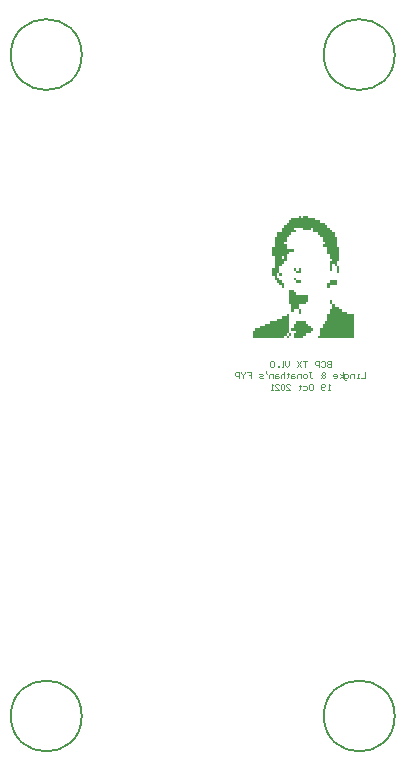
<source format=gbo>
G04*
G04 #@! TF.GenerationSoftware,Altium Limited,Altium Designer,21.6.4 (81)*
G04*
G04 Layer_Color=32896*
%FSLAX44Y44*%
%MOMM*%
G71*
G04*
G04 #@! TF.SameCoordinates,CE7750B5-B6F3-47FA-9723-5704EF157F2E*
G04*
G04*
G04 #@! TF.FilePolarity,Positive*
G04*
G01*
G75*
%ADD10C,0.2000*%
%ADD13C,0.1000*%
G36*
X239544Y388608D02*
X241576D01*
Y386576D01*
X251736D01*
Y384544D01*
Y382512D01*
Y380480D01*
X249704D01*
Y378448D01*
X243608D01*
Y376416D01*
Y374384D01*
X245640D01*
Y372352D01*
Y370320D01*
X243608D01*
Y372352D01*
Y374384D01*
X239544D01*
Y372352D01*
X237512D01*
Y374384D01*
Y376416D01*
Y378448D01*
X235480D01*
Y380480D01*
Y382512D01*
Y384544D01*
Y386576D01*
Y388608D01*
Y390640D01*
X239544D01*
Y388608D01*
D02*
G37*
G36*
X235480Y368288D02*
Y366256D01*
Y364224D01*
Y362192D01*
Y360160D01*
Y358128D01*
Y356096D01*
Y354064D01*
X237512D01*
Y352032D01*
X235480D01*
Y354064D01*
X233448D01*
Y352032D01*
X235480D01*
Y350000D01*
X233448D01*
Y352032D01*
X231416D01*
Y350000D01*
X205000D01*
Y352032D01*
Y354064D01*
Y356096D01*
X207032D01*
Y358128D01*
X211096D01*
Y360160D01*
X215160D01*
Y362192D01*
X219224D01*
Y364224D01*
X225320D01*
Y366256D01*
X229384D01*
Y368288D01*
X233448D01*
Y370320D01*
X235480D01*
Y368288D01*
D02*
G37*
G36*
X272056Y380480D02*
Y378448D01*
X274088D01*
Y376416D01*
X278152D01*
Y374384D01*
X280184D01*
Y372352D01*
X284248D01*
Y370320D01*
X290344D01*
Y368288D01*
Y366256D01*
Y364224D01*
Y362192D01*
Y360160D01*
Y358128D01*
Y356096D01*
Y354064D01*
Y352032D01*
Y350000D01*
X259864D01*
Y352032D01*
X261896D01*
Y354064D01*
Y356096D01*
Y358128D01*
X263928D01*
Y360160D01*
Y362192D01*
X265960D01*
Y364224D01*
X267992D01*
Y366256D01*
Y368288D01*
Y370320D01*
X270024D01*
Y372352D01*
Y374384D01*
X272056D01*
Y376416D01*
Y378448D01*
X270024D01*
Y380480D01*
Y382512D01*
X272056D01*
Y380480D01*
D02*
G37*
G36*
X249704Y362192D02*
X251736D01*
Y360160D01*
X253768D01*
Y358128D01*
X255800D01*
Y356096D01*
X253768D01*
Y354064D01*
X249704D01*
Y352032D01*
X247672D01*
Y350000D01*
X239544D01*
Y352032D01*
Y354064D01*
X241576D01*
Y356096D01*
X237512D01*
Y358128D01*
X239544D01*
Y360160D01*
Y362192D01*
X241576D01*
Y364224D01*
X249704D01*
Y362192D01*
D02*
G37*
G36*
X251736Y451600D02*
X257832D01*
Y449568D01*
X261896D01*
Y447536D01*
X265960D01*
Y445504D01*
X267992D01*
Y443472D01*
X270024D01*
Y441440D01*
X272056D01*
Y439408D01*
X274088D01*
Y437376D01*
Y435344D01*
X276120D01*
Y433312D01*
Y431280D01*
Y429248D01*
Y427216D01*
X278152D01*
Y425184D01*
Y423152D01*
Y421120D01*
Y419088D01*
Y417056D01*
Y415024D01*
X276120D01*
Y412992D01*
Y410960D01*
X278152D01*
Y408928D01*
Y406896D01*
Y404864D01*
X276120D01*
Y406896D01*
Y408928D01*
Y410960D01*
X274088D01*
Y412992D01*
X272056D01*
Y410960D01*
Y408928D01*
Y406896D01*
X270024D01*
Y408928D01*
Y410960D01*
Y412992D01*
Y415024D01*
X272056D01*
Y417056D01*
X270024D01*
Y419088D01*
Y421120D01*
X267992D01*
Y423152D01*
Y425184D01*
Y427216D01*
X263928D01*
Y429248D01*
X265960D01*
Y431280D01*
X263928D01*
Y433312D01*
Y435344D01*
X261896D01*
Y437376D01*
X259864D01*
Y439408D01*
X255800D01*
Y441440D01*
Y443472D01*
X253768D01*
Y441440D01*
X247672D01*
Y443472D01*
X239544D01*
Y441440D01*
X241576D01*
Y439408D01*
X237512D01*
Y437376D01*
X235480D01*
Y435344D01*
X233448D01*
Y433312D01*
Y431280D01*
X231416D01*
Y429248D01*
X233448D01*
Y427216D01*
Y425184D01*
X239544D01*
Y423152D01*
X235480D01*
Y421120D01*
X233448D01*
Y419088D01*
Y417056D01*
Y415024D01*
X231416D01*
Y412992D01*
X229384D01*
Y410960D01*
X227352D01*
Y408928D01*
Y406896D01*
Y404864D01*
X229384D01*
Y402832D01*
X227352D01*
Y404864D01*
X225320D01*
Y402832D01*
Y400800D01*
X227352D01*
Y398768D01*
X229384D01*
Y396736D01*
X231416D01*
Y394704D01*
Y392672D01*
X229384D01*
Y394704D01*
X227352D01*
Y396736D01*
X225320D01*
Y398768D01*
X223288D01*
Y400800D01*
Y402832D01*
X221256D01*
Y404864D01*
Y406896D01*
Y408928D01*
X223288D01*
Y410960D01*
Y412992D01*
Y415024D01*
Y417056D01*
Y419088D01*
X221256D01*
Y421120D01*
Y423152D01*
Y425184D01*
Y427216D01*
X223288D01*
Y429248D01*
Y431280D01*
Y433312D01*
Y435344D01*
X225320D01*
Y437376D01*
Y439408D01*
X229384D01*
Y441440D01*
Y443472D01*
X231416D01*
Y445504D01*
X233448D01*
Y447536D01*
X235480D01*
Y449568D01*
X237512D01*
Y451600D01*
X243608D01*
Y453632D01*
X245640D01*
Y451600D01*
X247672D01*
Y453632D01*
X251736D01*
Y451600D01*
D02*
G37*
G36*
X245640Y406896D02*
Y404864D01*
X241576D01*
Y406896D01*
X239544D01*
Y408928D01*
X241576D01*
Y406896D01*
X243608D01*
Y408928D01*
X245640D01*
Y406896D01*
D02*
G37*
G36*
X241576Y398768D02*
X245640D01*
Y396736D01*
X241576D01*
Y398768D01*
X239544D01*
Y400800D01*
X241576D01*
Y398768D01*
D02*
G37*
G36*
X276120Y396736D02*
Y394704D01*
X270024D01*
Y392672D01*
X267992D01*
Y394704D01*
Y396736D01*
X270024D01*
Y398768D01*
X276120D01*
Y396736D01*
D02*
G37*
%LPC*%
G36*
X231416Y419088D02*
X229384D01*
Y417056D01*
X231416D01*
Y419088D01*
D02*
G37*
%LPD*%
D10*
X325000Y590000D02*
G03*
X325000Y590000I-30000J0D01*
G01*
X60000D02*
G03*
X60000Y590000I-30000J0D01*
G01*
X325000Y30000D02*
G03*
X325000Y30000I-30000J0D01*
G01*
X60000D02*
G03*
X60000Y30000I-30000J0D01*
G01*
D13*
X270825Y330294D02*
Y325295D01*
X268326D01*
X267493Y326128D01*
Y326961D01*
X268326Y327794D01*
X270825D01*
X268326D01*
X267493Y328628D01*
Y329461D01*
X268326Y330294D01*
X270825D01*
X262494Y329461D02*
X263327Y330294D01*
X264993D01*
X265826Y329461D01*
Y326128D01*
X264993Y325295D01*
X263327D01*
X262494Y326128D01*
X260828Y325295D02*
Y330294D01*
X258329D01*
X257496Y329461D01*
Y327794D01*
X258329Y326961D01*
X260828D01*
X250831Y330294D02*
X247499D01*
X249165D01*
Y325295D01*
X245833Y330294D02*
X242501Y325295D01*
Y330294D02*
X245833Y325295D01*
X235836Y330294D02*
Y326961D01*
X234170Y325295D01*
X232504Y326961D01*
Y330294D01*
X230838Y325295D02*
X229172D01*
X230005D01*
Y330294D01*
X230838Y329461D01*
X226673Y325295D02*
Y326128D01*
X225840D01*
Y325295D01*
X226673D01*
X222507Y329461D02*
X221674Y330294D01*
X220008D01*
X219175Y329461D01*
Y326128D01*
X220008Y325295D01*
X221674D01*
X222507Y326128D01*
Y329461D01*
X299982Y321063D02*
Y316064D01*
X296650D01*
X294984D02*
X293318D01*
X294151D01*
Y319396D01*
X294984D01*
X290818Y316064D02*
Y319396D01*
X288319D01*
X287486Y318563D01*
Y316064D01*
X284154Y314398D02*
X283321D01*
X282488Y315231D01*
Y319396D01*
X284987D01*
X285820Y318563D01*
Y316897D01*
X284987Y316064D01*
X282488D01*
X280822D02*
Y321063D01*
Y317730D02*
X278322Y319396D01*
X280822Y317730D02*
X278322Y316064D01*
X273324D02*
X274990D01*
X275823Y316897D01*
Y318563D01*
X274990Y319396D01*
X273324D01*
X272491Y318563D01*
Y317730D01*
X275823D01*
X262494Y316064D02*
X263327Y316897D01*
X264160Y316064D01*
X264993D01*
X265826Y316897D01*
Y317730D01*
X264993Y318563D01*
X265826Y319396D01*
Y320229D01*
X264993Y321063D01*
X264160D01*
X263327Y320229D01*
Y319396D01*
X264160Y318563D01*
X263327Y317730D01*
Y316897D01*
X262494Y318563D02*
X263327Y317730D01*
X264993Y318563D02*
X264160D01*
X252498Y321063D02*
X254164D01*
X253331D01*
Y316897D01*
X254164Y316064D01*
X254997D01*
X255830Y316897D01*
X249998Y316064D02*
X248332D01*
X247499Y316897D01*
Y318563D01*
X248332Y319396D01*
X249998D01*
X250831Y318563D01*
Y316897D01*
X249998Y316064D01*
X245833D02*
Y319396D01*
X243334D01*
X242501Y318563D01*
Y316064D01*
X240002Y319396D02*
X238335D01*
X237502Y318563D01*
Y316064D01*
X240002D01*
X240835Y316897D01*
X240002Y317730D01*
X237502D01*
X235003Y320229D02*
Y319396D01*
X235836D01*
X234170D01*
X235003D01*
Y316897D01*
X234170Y316064D01*
X231671Y321063D02*
Y316064D01*
Y318563D01*
X230838Y319396D01*
X229172D01*
X228339Y318563D01*
Y316064D01*
X225840Y319396D02*
X224174D01*
X223340Y318563D01*
Y316064D01*
X225840D01*
X226673Y316897D01*
X225840Y317730D01*
X223340D01*
X221674Y316064D02*
Y319396D01*
X219175D01*
X218342Y318563D01*
Y316064D01*
X215843Y321896D02*
Y320229D01*
X216676Y319396D01*
X213344Y316064D02*
X210844D01*
X210011Y316897D01*
X210844Y317730D01*
X212511D01*
X213344Y318563D01*
X212511Y319396D01*
X210011D01*
X200015Y321063D02*
X203347D01*
Y318563D01*
X201681D01*
X203347D01*
Y316064D01*
X198349Y321063D02*
Y320229D01*
X196682Y318563D01*
X195016Y320229D01*
Y321063D01*
X196682Y318563D02*
Y316064D01*
X193350D02*
Y321063D01*
X190851D01*
X190018Y320229D01*
Y318563D01*
X190851Y317730D01*
X193350D01*
X269992Y306000D02*
X268326D01*
X269159D01*
Y310998D01*
X269992Y310165D01*
X265826Y306833D02*
X264993Y306000D01*
X263327D01*
X262494Y306833D01*
Y310165D01*
X263327Y310998D01*
X264993D01*
X265826Y310165D01*
Y309332D01*
X264993Y308499D01*
X262494D01*
X253331Y310998D02*
X254997D01*
X255830Y310165D01*
Y306833D01*
X254997Y306000D01*
X253331D01*
X252498Y306833D01*
Y310165D01*
X253331Y310998D01*
X247499Y309332D02*
X249998D01*
X250831Y308499D01*
Y306833D01*
X249998Y306000D01*
X247499D01*
X245000Y310165D02*
Y309332D01*
X245833D01*
X244167D01*
X245000D01*
Y306833D01*
X244167Y306000D01*
X233337D02*
X236669D01*
X233337Y309332D01*
Y310165D01*
X234170Y310998D01*
X235836D01*
X236669Y310165D01*
X231671D02*
X230838Y310998D01*
X229172D01*
X228339Y310165D01*
Y306833D01*
X229172Y306000D01*
X230838D01*
X231671Y306833D01*
Y310165D01*
X223340Y306000D02*
X226673D01*
X223340Y309332D01*
Y310165D01*
X224173Y310998D01*
X225840D01*
X226673Y310165D01*
X221674Y306000D02*
X220008D01*
X220841D01*
Y310998D01*
X221674Y310165D01*
M02*

</source>
